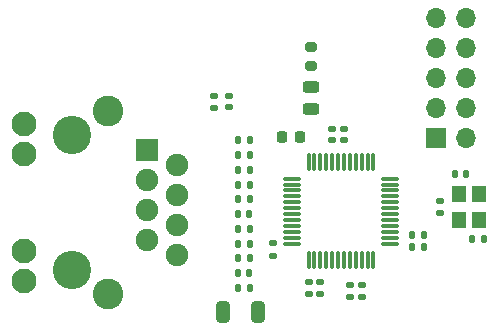
<source format=gbr>
%TF.GenerationSoftware,KiCad,Pcbnew,(6.0.0)*%
%TF.CreationDate,2022-04-14T08:35:50+02:00*%
%TF.ProjectId,W5500_Shield_Ethernet,57353530-305f-4536-9869-656c645f4574,rev?*%
%TF.SameCoordinates,Original*%
%TF.FileFunction,Soldermask,Top*%
%TF.FilePolarity,Negative*%
%FSLAX46Y46*%
G04 Gerber Fmt 4.6, Leading zero omitted, Abs format (unit mm)*
G04 Created by KiCad (PCBNEW (6.0.0)) date 2022-04-14 08:35:50*
%MOMM*%
%LPD*%
G01*
G04 APERTURE LIST*
G04 Aperture macros list*
%AMRoundRect*
0 Rectangle with rounded corners*
0 $1 Rounding radius*
0 $2 $3 $4 $5 $6 $7 $8 $9 X,Y pos of 4 corners*
0 Add a 4 corners polygon primitive as box body*
4,1,4,$2,$3,$4,$5,$6,$7,$8,$9,$2,$3,0*
0 Add four circle primitives for the rounded corners*
1,1,$1+$1,$2,$3*
1,1,$1+$1,$4,$5*
1,1,$1+$1,$6,$7*
1,1,$1+$1,$8,$9*
0 Add four rect primitives between the rounded corners*
20,1,$1+$1,$2,$3,$4,$5,0*
20,1,$1+$1,$4,$5,$6,$7,0*
20,1,$1+$1,$6,$7,$8,$9,0*
20,1,$1+$1,$8,$9,$2,$3,0*%
G04 Aperture macros list end*
%ADD10R,1.200000X1.400000*%
%ADD11RoundRect,0.140000X-0.140000X-0.170000X0.140000X-0.170000X0.140000X0.170000X-0.140000X0.170000X0*%
%ADD12RoundRect,0.140000X0.170000X-0.140000X0.170000X0.140000X-0.170000X0.140000X-0.170000X-0.140000X0*%
%ADD13RoundRect,0.135000X-0.135000X-0.185000X0.135000X-0.185000X0.135000X0.185000X-0.135000X0.185000X0*%
%ADD14RoundRect,0.135000X0.185000X-0.135000X0.185000X0.135000X-0.185000X0.135000X-0.185000X-0.135000X0*%
%ADD15RoundRect,0.140000X0.140000X0.170000X-0.140000X0.170000X-0.140000X-0.170000X0.140000X-0.170000X0*%
%ADD16RoundRect,0.218750X0.218750X0.256250X-0.218750X0.256250X-0.218750X-0.256250X0.218750X-0.256250X0*%
%ADD17RoundRect,0.140000X-0.170000X0.140000X-0.170000X-0.140000X0.170000X-0.140000X0.170000X0.140000X0*%
%ADD18RoundRect,0.135000X0.135000X0.185000X-0.135000X0.185000X-0.135000X-0.185000X0.135000X-0.185000X0*%
%ADD19RoundRect,0.250000X0.325000X0.650000X-0.325000X0.650000X-0.325000X-0.650000X0.325000X-0.650000X0*%
%ADD20RoundRect,0.075000X-0.662500X-0.075000X0.662500X-0.075000X0.662500X0.075000X-0.662500X0.075000X0*%
%ADD21RoundRect,0.075000X-0.075000X-0.662500X0.075000X-0.662500X0.075000X0.662500X-0.075000X0.662500X0*%
%ADD22C,3.250000*%
%ADD23R,1.900000X1.900000*%
%ADD24C,1.900000*%
%ADD25C,2.100000*%
%ADD26C,2.600000*%
%ADD27R,1.700000X1.700000*%
%ADD28O,1.700000X1.700000*%
%ADD29RoundRect,0.243750X-0.456250X0.243750X-0.456250X-0.243750X0.456250X-0.243750X0.456250X0.243750X0*%
%ADD30RoundRect,0.135000X-0.185000X0.135000X-0.185000X-0.135000X0.185000X-0.135000X0.185000X0.135000X0*%
%ADD31RoundRect,0.200000X0.275000X-0.200000X0.275000X0.200000X-0.275000X0.200000X-0.275000X-0.200000X0*%
G04 APERTURE END LIST*
D10*
%TO.C,Y1*%
X126450000Y-70750000D03*
X126450000Y-68550000D03*
X124750000Y-68550000D03*
X124750000Y-70750000D03*
%TD*%
D11*
%TO.C,C13*%
X124370000Y-66900000D03*
X125330000Y-66900000D03*
%TD*%
D12*
%TO.C,C10*%
X105250000Y-61220000D03*
X105250000Y-60260000D03*
%TD*%
D13*
%TO.C,R12*%
X120740000Y-73000000D03*
X121760000Y-73000000D03*
%TD*%
D14*
%TO.C,R11*%
X123100000Y-70160000D03*
X123100000Y-69140000D03*
%TD*%
D15*
%TO.C,C8*%
X107000000Y-75250000D03*
X106040000Y-75250000D03*
%TD*%
D16*
%TO.C,L1*%
X111287500Y-63750000D03*
X109712500Y-63750000D03*
%TD*%
D17*
%TO.C,C14*%
X116500000Y-76270000D03*
X116500000Y-77230000D03*
%TD*%
D18*
%TO.C,R10*%
X107030000Y-74000000D03*
X106010000Y-74000000D03*
%TD*%
D19*
%TO.C,C11*%
X107725000Y-78500000D03*
X104775000Y-78500000D03*
%TD*%
D15*
%TO.C,C12*%
X126830000Y-72400000D03*
X125870000Y-72400000D03*
%TD*%
%TO.C,C7*%
X107000000Y-70250000D03*
X106040000Y-70250000D03*
%TD*%
D20*
%TO.C,U2*%
X110587500Y-67250000D03*
X110587500Y-67750000D03*
X110587500Y-68250000D03*
X110587500Y-68750000D03*
X110587500Y-69250000D03*
X110587500Y-69750000D03*
X110587500Y-70250000D03*
X110587500Y-70750000D03*
X110587500Y-71250000D03*
X110587500Y-71750000D03*
X110587500Y-72250000D03*
X110587500Y-72750000D03*
D21*
X112000000Y-74162500D03*
X112500000Y-74162500D03*
X113000000Y-74162500D03*
X113500000Y-74162500D03*
X114000000Y-74162500D03*
X114500000Y-74162500D03*
X115000000Y-74162500D03*
X115500000Y-74162500D03*
X116000000Y-74162500D03*
X116500000Y-74162500D03*
X117000000Y-74162500D03*
X117500000Y-74162500D03*
D20*
X118912500Y-72750000D03*
X118912500Y-72250000D03*
X118912500Y-71750000D03*
X118912500Y-71250000D03*
X118912500Y-70750000D03*
X118912500Y-70250000D03*
X118912500Y-69750000D03*
X118912500Y-69250000D03*
X118912500Y-68750000D03*
X118912500Y-68250000D03*
X118912500Y-67750000D03*
X118912500Y-67250000D03*
D21*
X117500000Y-65837500D03*
X117000000Y-65837500D03*
X116500000Y-65837500D03*
X116000000Y-65837500D03*
X115500000Y-65837500D03*
X115000000Y-65837500D03*
X114500000Y-65837500D03*
X114000000Y-65837500D03*
X113500000Y-65837500D03*
X113000000Y-65837500D03*
X112500000Y-65837500D03*
X112000000Y-65837500D03*
%TD*%
D18*
%TO.C,R7*%
X107030000Y-69000000D03*
X106010000Y-69000000D03*
%TD*%
D17*
%TO.C,C15*%
X115500000Y-76270000D03*
X115500000Y-77230000D03*
%TD*%
D18*
%TO.C,R6*%
X107040000Y-66500000D03*
X106020000Y-66500000D03*
%TD*%
%TO.C,R8*%
X107020000Y-76500000D03*
X106000000Y-76500000D03*
%TD*%
D22*
%TO.C,J1*%
X91995000Y-74965000D03*
X91995000Y-63535000D03*
D23*
X98345000Y-64805000D03*
D24*
X100885000Y-66075000D03*
X98345000Y-67345000D03*
X100885000Y-68615000D03*
X98345000Y-69885000D03*
X100885000Y-71155000D03*
X98345000Y-72425000D03*
X100885000Y-73695000D03*
D25*
X87935000Y-62625000D03*
X87935000Y-65165000D03*
X87935000Y-73335000D03*
X87935000Y-75875000D03*
D26*
X95045000Y-76995000D03*
X95045000Y-61505000D03*
%TD*%
D27*
%TO.C,J2*%
X122800000Y-63800000D03*
D28*
X125340000Y-63800000D03*
X122800000Y-61260000D03*
X125340000Y-61260000D03*
X122800000Y-58720000D03*
X125340000Y-58720000D03*
X122800000Y-56180000D03*
X125340000Y-56180000D03*
X122800000Y-53640000D03*
X125340000Y-53640000D03*
%TD*%
D11*
%TO.C,C9*%
X106060000Y-72750000D03*
X107020000Y-72750000D03*
%TD*%
D29*
%TO.C,D1*%
X112200000Y-59462500D03*
X112200000Y-61337500D03*
%TD*%
D18*
%TO.C,R5*%
X107030000Y-65250000D03*
X106010000Y-65250000D03*
%TD*%
D13*
%TO.C,R4*%
X106020000Y-67750000D03*
X107040000Y-67750000D03*
%TD*%
%TO.C,R13*%
X120740000Y-72000000D03*
X121760000Y-72000000D03*
%TD*%
D12*
%TO.C,C4*%
X115000000Y-63980000D03*
X115000000Y-63020000D03*
%TD*%
D18*
%TO.C,R9*%
X107030000Y-71500000D03*
X106010000Y-71500000D03*
%TD*%
D30*
%TO.C,R14*%
X109000000Y-72740000D03*
X109000000Y-73760000D03*
%TD*%
D13*
%TO.C,R3*%
X106020000Y-64000000D03*
X107040000Y-64000000D03*
%TD*%
D17*
%TO.C,C5*%
X113000000Y-76020000D03*
X113000000Y-76980000D03*
%TD*%
D12*
%TO.C,C3*%
X114000000Y-63980000D03*
X114000000Y-63020000D03*
%TD*%
D31*
%TO.C,R1*%
X112200000Y-57725000D03*
X112200000Y-56075000D03*
%TD*%
D17*
%TO.C,C6*%
X112000000Y-76020000D03*
X112000000Y-76980000D03*
%TD*%
D14*
%TO.C,R2*%
X104000000Y-61250000D03*
X104000000Y-60230000D03*
%TD*%
M02*

</source>
